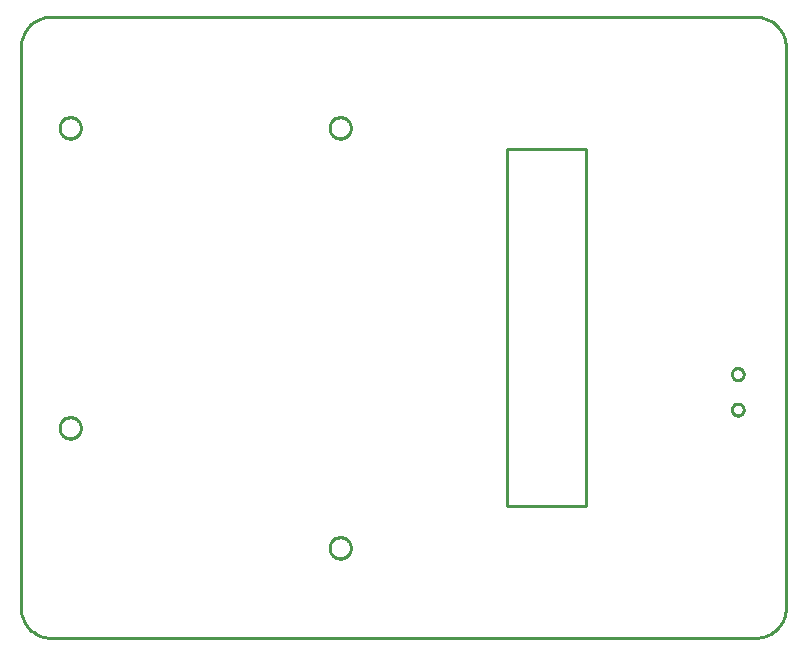
<source format=gbr>
G04 EAGLE Gerber RS-274X export*
G75*
%MOMM*%
%FSLAX34Y34*%
%LPD*%
%IN*%
%IPPOS*%
%AMOC8*
5,1,8,0,0,1.08239X$1,22.5*%
G01*
%ADD10C,0.254000*%


D10*
X0Y25400D02*
X97Y23186D01*
X386Y20989D01*
X865Y18826D01*
X1532Y16713D01*
X2380Y14666D01*
X3403Y12700D01*
X4594Y10831D01*
X5942Y9073D01*
X7440Y7440D01*
X9073Y5942D01*
X10831Y4594D01*
X12700Y3403D01*
X14666Y2380D01*
X16713Y1532D01*
X18826Y865D01*
X20989Y386D01*
X23186Y97D01*
X25400Y0D01*
X622300Y0D01*
X624514Y97D01*
X626711Y386D01*
X628874Y865D01*
X630987Y1532D01*
X633035Y2380D01*
X635000Y3403D01*
X636869Y4594D01*
X638627Y5942D01*
X640261Y7440D01*
X641758Y9073D01*
X643106Y10831D01*
X644297Y12700D01*
X645320Y14666D01*
X646168Y16713D01*
X646835Y18826D01*
X647314Y20989D01*
X647603Y23186D01*
X647700Y25400D01*
X647700Y500380D01*
X647603Y502594D01*
X647314Y504791D01*
X646835Y506954D01*
X646168Y509067D01*
X645320Y511115D01*
X644297Y513080D01*
X643106Y514949D01*
X641758Y516707D01*
X640261Y518341D01*
X638627Y519838D01*
X636869Y521186D01*
X635000Y522377D01*
X633035Y523400D01*
X630987Y524248D01*
X628874Y524915D01*
X626711Y525394D01*
X624514Y525683D01*
X622300Y525780D01*
X25400Y525780D01*
X23186Y525683D01*
X20989Y525394D01*
X18826Y524915D01*
X16713Y524248D01*
X14666Y523400D01*
X12700Y522377D01*
X10831Y521186D01*
X9073Y519838D01*
X7440Y518341D01*
X5942Y516707D01*
X4594Y514949D01*
X3403Y513080D01*
X2380Y511115D01*
X1532Y509067D01*
X865Y506954D01*
X386Y504791D01*
X97Y502594D01*
X0Y500380D01*
X0Y25400D01*
X411480Y111760D02*
X478790Y111760D01*
X478790Y414020D01*
X411480Y414020D01*
X411480Y111760D01*
X42303Y186800D02*
X43086Y186732D01*
X43860Y186595D01*
X44619Y186392D01*
X45357Y186123D01*
X46070Y185791D01*
X46750Y185398D01*
X47394Y184947D01*
X47996Y184442D01*
X48552Y183886D01*
X49057Y183284D01*
X49508Y182640D01*
X49901Y181960D01*
X50233Y181247D01*
X50502Y180509D01*
X50705Y179750D01*
X50842Y178976D01*
X50910Y178193D01*
X50910Y177407D01*
X50842Y176624D01*
X50705Y175850D01*
X50502Y175091D01*
X50233Y174353D01*
X49901Y173640D01*
X49508Y172960D01*
X49057Y172316D01*
X48552Y171714D01*
X47996Y171158D01*
X47394Y170653D01*
X46750Y170202D01*
X46070Y169809D01*
X45357Y169477D01*
X44619Y169208D01*
X43860Y169005D01*
X43086Y168869D01*
X42303Y168800D01*
X41517Y168800D01*
X40734Y168869D01*
X39960Y169005D01*
X39201Y169208D01*
X38463Y169477D01*
X37750Y169809D01*
X37070Y170202D01*
X36426Y170653D01*
X35824Y171158D01*
X35268Y171714D01*
X34763Y172316D01*
X34312Y172960D01*
X33919Y173640D01*
X33587Y174353D01*
X33318Y175091D01*
X33115Y175850D01*
X32979Y176624D01*
X32910Y177407D01*
X32910Y178193D01*
X32979Y178976D01*
X33115Y179750D01*
X33318Y180509D01*
X33587Y181247D01*
X33919Y181960D01*
X34312Y182640D01*
X34763Y183284D01*
X35268Y183886D01*
X35824Y184442D01*
X36426Y184947D01*
X37070Y185398D01*
X37750Y185791D01*
X38463Y186123D01*
X39201Y186392D01*
X39960Y186595D01*
X40734Y186732D01*
X41517Y186800D01*
X42303Y186800D01*
X42303Y440800D02*
X43086Y440732D01*
X43860Y440595D01*
X44619Y440392D01*
X45357Y440123D01*
X46070Y439791D01*
X46750Y439398D01*
X47394Y438947D01*
X47996Y438442D01*
X48552Y437886D01*
X49057Y437284D01*
X49508Y436640D01*
X49901Y435960D01*
X50233Y435247D01*
X50502Y434509D01*
X50705Y433750D01*
X50842Y432976D01*
X50910Y432193D01*
X50910Y431407D01*
X50842Y430624D01*
X50705Y429850D01*
X50502Y429091D01*
X50233Y428353D01*
X49901Y427640D01*
X49508Y426960D01*
X49057Y426316D01*
X48552Y425714D01*
X47996Y425158D01*
X47394Y424653D01*
X46750Y424202D01*
X46070Y423809D01*
X45357Y423477D01*
X44619Y423208D01*
X43860Y423005D01*
X43086Y422869D01*
X42303Y422800D01*
X41517Y422800D01*
X40734Y422869D01*
X39960Y423005D01*
X39201Y423208D01*
X38463Y423477D01*
X37750Y423809D01*
X37070Y424202D01*
X36426Y424653D01*
X35824Y425158D01*
X35268Y425714D01*
X34763Y426316D01*
X34312Y426960D01*
X33919Y427640D01*
X33587Y428353D01*
X33318Y429091D01*
X33115Y429850D01*
X32979Y430624D01*
X32910Y431407D01*
X32910Y432193D01*
X32979Y432976D01*
X33115Y433750D01*
X33318Y434509D01*
X33587Y435247D01*
X33919Y435960D01*
X34312Y436640D01*
X34763Y437284D01*
X35268Y437886D01*
X35824Y438442D01*
X36426Y438947D01*
X37070Y439398D01*
X37750Y439791D01*
X38463Y440123D01*
X39201Y440392D01*
X39960Y440595D01*
X40734Y440732D01*
X41517Y440800D01*
X42303Y440800D01*
X270903Y85200D02*
X271686Y85132D01*
X272460Y84995D01*
X273219Y84792D01*
X273957Y84523D01*
X274670Y84191D01*
X275350Y83798D01*
X275994Y83347D01*
X276596Y82842D01*
X277152Y82286D01*
X277657Y81684D01*
X278108Y81040D01*
X278501Y80360D01*
X278833Y79647D01*
X279102Y78909D01*
X279305Y78150D01*
X279442Y77376D01*
X279510Y76593D01*
X279510Y75807D01*
X279442Y75024D01*
X279305Y74250D01*
X279102Y73491D01*
X278833Y72753D01*
X278501Y72040D01*
X278108Y71360D01*
X277657Y70716D01*
X277152Y70114D01*
X276596Y69558D01*
X275994Y69053D01*
X275350Y68602D01*
X274670Y68209D01*
X273957Y67877D01*
X273219Y67608D01*
X272460Y67405D01*
X271686Y67269D01*
X270903Y67200D01*
X270117Y67200D01*
X269334Y67269D01*
X268560Y67405D01*
X267801Y67608D01*
X267063Y67877D01*
X266350Y68209D01*
X265670Y68602D01*
X265026Y69053D01*
X264424Y69558D01*
X263868Y70114D01*
X263363Y70716D01*
X262912Y71360D01*
X262519Y72040D01*
X262187Y72753D01*
X261918Y73491D01*
X261715Y74250D01*
X261579Y75024D01*
X261510Y75807D01*
X261510Y76593D01*
X261579Y77376D01*
X261715Y78150D01*
X261918Y78909D01*
X262187Y79647D01*
X262519Y80360D01*
X262912Y81040D01*
X263363Y81684D01*
X263868Y82286D01*
X264424Y82842D01*
X265026Y83347D01*
X265670Y83798D01*
X266350Y84191D01*
X267063Y84523D01*
X267801Y84792D01*
X268560Y84995D01*
X269334Y85132D01*
X270117Y85200D01*
X270903Y85200D01*
X270903Y440800D02*
X271686Y440732D01*
X272460Y440595D01*
X273219Y440392D01*
X273957Y440123D01*
X274670Y439791D01*
X275350Y439398D01*
X275994Y438947D01*
X276596Y438442D01*
X277152Y437886D01*
X277657Y437284D01*
X278108Y436640D01*
X278501Y435960D01*
X278833Y435247D01*
X279102Y434509D01*
X279305Y433750D01*
X279442Y432976D01*
X279510Y432193D01*
X279510Y431407D01*
X279442Y430624D01*
X279305Y429850D01*
X279102Y429091D01*
X278833Y428353D01*
X278501Y427640D01*
X278108Y426960D01*
X277657Y426316D01*
X277152Y425714D01*
X276596Y425158D01*
X275994Y424653D01*
X275350Y424202D01*
X274670Y423809D01*
X273957Y423477D01*
X273219Y423208D01*
X272460Y423005D01*
X271686Y422869D01*
X270903Y422800D01*
X270117Y422800D01*
X269334Y422869D01*
X268560Y423005D01*
X267801Y423208D01*
X267063Y423477D01*
X266350Y423809D01*
X265670Y424202D01*
X265026Y424653D01*
X264424Y425158D01*
X263868Y425714D01*
X263363Y426316D01*
X262912Y426960D01*
X262519Y427640D01*
X262187Y428353D01*
X261918Y429091D01*
X261715Y429850D01*
X261579Y430624D01*
X261510Y431407D01*
X261510Y432193D01*
X261579Y432976D01*
X261715Y433750D01*
X261918Y434509D01*
X262187Y435247D01*
X262519Y435960D01*
X262912Y436640D01*
X263363Y437284D01*
X263868Y437886D01*
X264424Y438442D01*
X265026Y438947D01*
X265670Y439398D01*
X266350Y439791D01*
X267063Y440123D01*
X267801Y440392D01*
X268560Y440595D01*
X269334Y440732D01*
X270117Y440800D01*
X270903Y440800D01*
X607341Y228280D02*
X607899Y228217D01*
X608446Y228092D01*
X608976Y227907D01*
X609482Y227663D01*
X609958Y227364D01*
X610397Y227014D01*
X610794Y226617D01*
X611144Y226178D01*
X611443Y225702D01*
X611687Y225196D01*
X611872Y224666D01*
X611997Y224119D01*
X612060Y223561D01*
X612060Y222999D01*
X611997Y222441D01*
X611872Y221894D01*
X611687Y221364D01*
X611443Y220858D01*
X611144Y220382D01*
X610794Y219943D01*
X610397Y219546D01*
X609958Y219196D01*
X609482Y218897D01*
X608976Y218653D01*
X608446Y218468D01*
X607899Y218343D01*
X607341Y218280D01*
X606779Y218280D01*
X606221Y218343D01*
X605674Y218468D01*
X605144Y218653D01*
X604638Y218897D01*
X604162Y219196D01*
X603723Y219546D01*
X603326Y219943D01*
X602976Y220382D01*
X602677Y220858D01*
X602433Y221364D01*
X602248Y221894D01*
X602123Y222441D01*
X602060Y222999D01*
X602060Y223561D01*
X602123Y224119D01*
X602248Y224666D01*
X602433Y225196D01*
X602677Y225702D01*
X602976Y226178D01*
X603326Y226617D01*
X603723Y227014D01*
X604162Y227364D01*
X604638Y227663D01*
X605144Y227907D01*
X605674Y228092D01*
X606221Y228217D01*
X606779Y228280D01*
X607341Y228280D01*
X607341Y198280D02*
X607899Y198217D01*
X608446Y198092D01*
X608976Y197907D01*
X609482Y197663D01*
X609958Y197364D01*
X610397Y197014D01*
X610794Y196617D01*
X611144Y196178D01*
X611443Y195702D01*
X611687Y195196D01*
X611872Y194666D01*
X611997Y194119D01*
X612060Y193561D01*
X612060Y192999D01*
X611997Y192441D01*
X611872Y191894D01*
X611687Y191364D01*
X611443Y190858D01*
X611144Y190382D01*
X610794Y189943D01*
X610397Y189546D01*
X609958Y189196D01*
X609482Y188897D01*
X608976Y188653D01*
X608446Y188468D01*
X607899Y188343D01*
X607341Y188280D01*
X606779Y188280D01*
X606221Y188343D01*
X605674Y188468D01*
X605144Y188653D01*
X604638Y188897D01*
X604162Y189196D01*
X603723Y189546D01*
X603326Y189943D01*
X602976Y190382D01*
X602677Y190858D01*
X602433Y191364D01*
X602248Y191894D01*
X602123Y192441D01*
X602060Y192999D01*
X602060Y193561D01*
X602123Y194119D01*
X602248Y194666D01*
X602433Y195196D01*
X602677Y195702D01*
X602976Y196178D01*
X603326Y196617D01*
X603723Y197014D01*
X604162Y197364D01*
X604638Y197663D01*
X605144Y197907D01*
X605674Y198092D01*
X606221Y198217D01*
X606779Y198280D01*
X607341Y198280D01*
M02*

</source>
